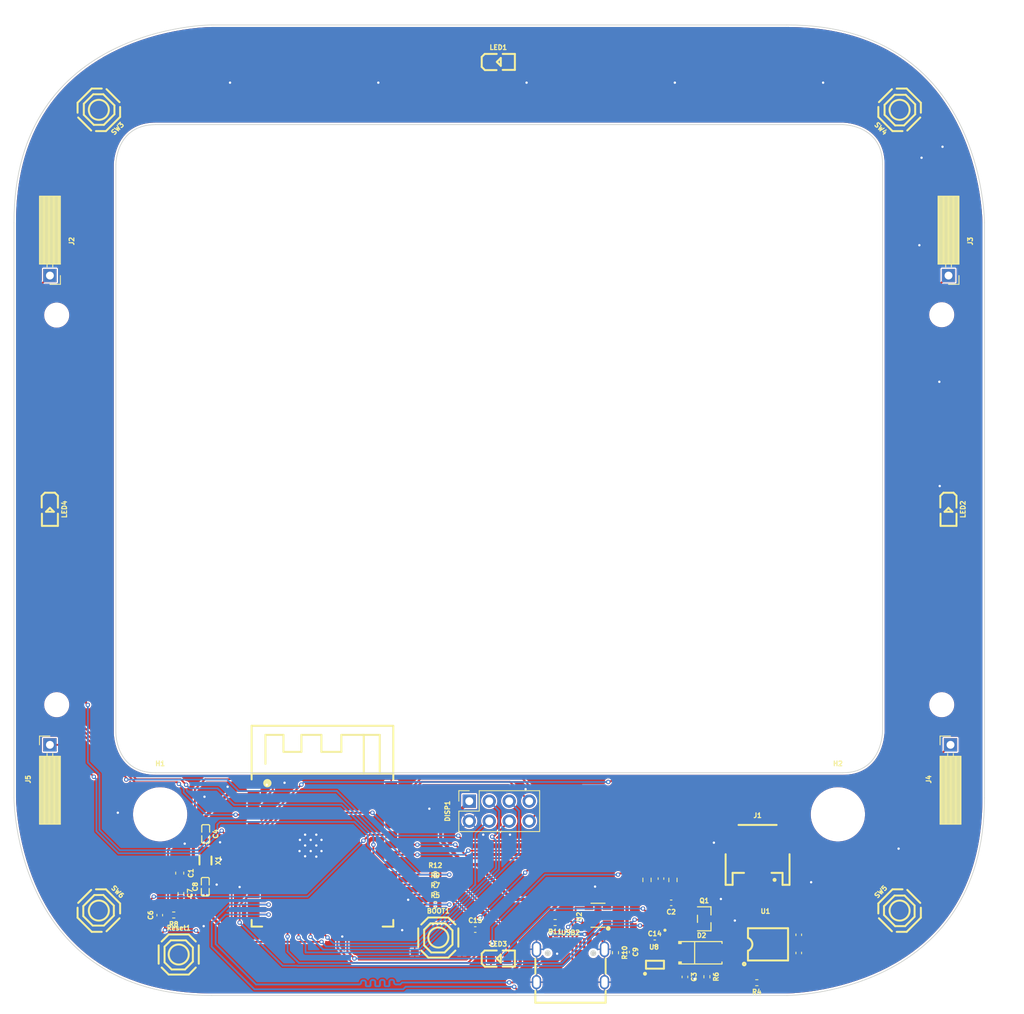
<source format=kicad_pcb>
(kicad_pcb (version 20241229) (generator "pcbnew") (generator_version "9.0")
  (layers (0 "F.Cu" signal) (2 "B.Cu" signal) (13 "F.Paste" user) (15 "B.Paste" user) (5 "F.SilkS" user "F.Silkscreen") (7 "B.SilkS" user "B.Silkscreen") (1 "F.Mask" user) (3 "B.Mask" user) (25 "Edge.Cuts" user))
  (net 0 "")
  (net 1 "GND")
  (net 2 "3.3V")
  (net 3 "ESP~{RST}")
  (net 4 "VBATT")
  (net 5 "ESP8{slash}SDA")
  (net 6 "ESP9{slash}SCL")
  (net 7 "ESP45{slash}Q_EN")
  (net 8 "VUSB")
  (net 9 "ESP20{slash}D+")
  (net 10 "ESP19{slash}D-")
  (net 11 "ESP0{slash}BOOT")
  (net 12 "ESP7{slash}TOUCH7")
  (net 15 "ESP4{slash}TOUCH4")
  (net 18 "ESP5{slash}TOUCH5")
  (net 22 "ESP6{slash}TOUCH6")
  (net 23 "ESP15{slash}XTAL_32K_P")
  (net 24 "ESP16{slash}XTAL_32K_N")
  (net 25 "ESP14{slash}BAT_ADC")
  (net 26 "ESP11{slash}SPI0_MOSI")
  (net 27 "ESP10{slash}SPI_CS0")
  (net 28 "ESP12{slash}SPI0_SCK")
  (net 29 "ESP13{slash}SPI0_MISO")
  (net 30 "Net-(USB2-CC2)")
  (net 31 "Net-(USB2-CC1)")
  (net 36 "Net-(D2-K)")
  (net 37 "Net-(LED1-A)")
  (net 38 "Net-(LED2-A)")
  (net 39 "Net-(LED3-A)")
  (net 40 "Net-(LED4-A)")
  (net 41 "Net-(U1-PROG)")
  (net 42 "ESP35{slash}LED1")
  (net 43 "ESP36{slash}LED2")
  (net 44 "ESP37{slash}LED3")
  (net 45 "ESP38{slash}LED4")
  (net 46 "ESP39{slash}BUTTON1")
  (net 47 "ESP40{slash}BUTTON2")
  (net 48 "ESP41{slash}BUTTON3")
  (net 49 "ESP42{slash}BUTTON4")
  (net 50 "ESP21{slash}~{ALRT}")
  (net 52 "ESP2{slash}RES")
  (net 53 "ESP1{slash}BUSY")
  (net 54 "ESP17{slash}DC")
  (footprint "MountingHole:MountingHole_2.7mm_M2.5_ISO14580" (layer "F.Cu") (at 168.3004 116.0526)
    (property "Reference" "H3" (hide yes))
    (property "Value" "MountingHole")
  )
  (footprint "SparkFun-Semiconductor-Standard:DFN-8" (layer "F.Cu") (at 132.106 143.415 180)
    (property "Reference" "U4")
    (property "Value" "MAX17048")
  )
  (footprint "Connector_PinSocket_2.54mm:PinSocket_1x01_P2.54mm_Horizontal" (layer "F.Cu") (at 169.418 121.158 90)
    (property "Reference" "J4")
    (property "Value" "Touch3")
  )
  (footprint "MountingHole:MountingHole_2.7mm_M2.5_ISO14580" (layer "F.Cu") (at 55.7276 116.0526)
    (property "Reference" "H6" (hide yes))
    (property "Value" "MountingHole")
  )
  (footprint "Resistor_SMD:R_0402_1005Metric" (layer "F.Cu") (at 103.886 140.208)
    (property "Reference" "R7")
    (property "Value" "49.9")
  )
  (footprint "Capacitor_SMD:C_0402_1005Metric" (layer "F.Cu") (at 108.966 144.653)
    (property "Reference" "C15")
    (property "Value" "1.0uF")
  )
  (footprint "EasyEDA_Lib:SW-SMD_4P-L5.1-W5.1-P3.70-LS6.5-TL_H1.5" (layer "F.Cu") (at 162.941 142.24 45)
    (property "Reference" "SW5")
    (property "Value" "C318884")
  )
  (footprint "Resistor_SMD:R_0402_1005Metric" (layer "F.Cu") (at 70.612 142.8008 180)
    (property "Reference" "R8")
    (property "Value" "10k")
  )
  (footprint "Connector_PinSocket_2.54mm:PinSocket_1x01_P2.54mm_Horizontal" (layer "F.Cu") (at 169.164 61.468 -90)
    (property "Reference" "J3")
    (property "Value" "Touch2")
  )
  (footprint "EasyEDA_Lib:ESOP-8_L4.9-W3.9-P1.27-LS6.0-BL-EP" (layer "F.Cu") (at 146.205 146.5375)
    (property "Reference" "U1")
    (property "Value" "C16581")
  )
  (footprint "EasyEDA_Lib:FC-135R_L3.2-W1.5" (layer "F.Cu") (at 74.65 135.87 -90)
    (property "Reference" "X1")
    (property "Value" "C32346")
  )
  (footprint "Capacitor_SMD:C_0402_1005Metric" (layer "F.Cu") (at 128.2005 147.5054 -90)
    (property "Reference" "C9")
    (property "Value" "4.7uF")
  )
  (footprint "Connector_PinSocket_2.54mm:PinSocket_1x01_P2.54mm_Horizontal" (layer "F.Cu") (at 54.864 121.158 90)
    (property "Reference" "J5")
    (property "Value" "Touch4")
  )
  (footprint "EasyEDA_Lib:SW-SMD_4P-L5.1-W5.1-P3.70-LS6.5-TL_H1.5" (layer "F.Cu") (at 61.087 40.386 -135)
    (property "Reference" "SW3")
    (property "Value" "C318884")
  )
  (footprint "EasyEDA_Lib:LED0805-R-RD" (layer "F.Cu") (at 169.164 91.313 -90)
    (property "Reference" "LED2")
    (property "Value" "C2297")
  )
  (footprint "Capacitor_SMD:C_0402_1005Metric" (layer "F.Cu") (at 133.886 141.256 180)
    (property "Reference" "C2")
    (property "Value" "0.1uF")
  )
  (footprint "MountingHole:MountingHole_2.7mm_M2.5_ISO14580" (layer "F.Cu") (at 55.7276 66.4972)
    (property "Reference" "H5" (hide yes))
    (property "Value" "MountingHole")
  )
  (footprint "EasyEDA_Lib:SW-SMD_4P-L5.1-W5.1-P3.70-LS6.5-TL_H1.5" (layer "F.Cu") (at 162.941 40.386 135)
    (property "Reference" "SW4")
    (property "Value" "C318884")
  )
  (footprint "EasyEDA_Lib:LED0805-R-RD" (layer "F.Cu") (at 112.014 148.336)
    (property "Reference" "LED3")
    (property "Value" "C2297")
  )
  (footprint "EasyEDA_Lib:SW-SMD_4P-L5.1-W5.1-P3.70-LS6.5-TL_H1.5" (layer "F.Cu") (at 104.267 145.669)
    (property "Reference" "BOOT1")
    (property "Value" "C318884")
  )
  (footprint "Resistor_SMD:R_0402_1005Metric" (layer "F.Cu") (at 119.124 143.764 180)
    (property "Reference" "R11")
    (property "Value" "5.1k")
  )
  (footprint "Resistor_SMD:R_0402_1005Metric" (layer "F.Cu") (at 103.886 137.668)
    (property "Reference" "R12")
    (property "Value" "49.9")
  )
  (footprint "EasyEDA_Lib:SW-SMD_4P-L5.1-W5.1-P3.70-LS6.5-TL_H1.5" (layer "F.Cu") (at 71.247 147.828)
    (property "Reference" "Reset1")
    (property "Value" "C318884")
  )
  (footprint "EasyEDA_Lib:SW-SMD_4P-L5.1-W5.1-P3.70-LS6.5-TL_H1.5" (layer "F.Cu") (at 61.087 142.24 -45)
    (property "Reference" "SW6")
    (property "Value" "C318884")
  )
  (footprint "EasyEDA_Lib:SMA_L4.3-W2.6-LS5.2-RD" (layer "F.Cu") (at 137.754 147.606)
    (property "Reference" "D2")
    (property "Value" "C8678")
  )
  (footprint "PCM_SparkFun-Capacitor:C_0402_1005Metric" (layer "F.Cu") (at 150.114 147.634 90)
    (property "Reference" "C13")
    (property "Value" "10uF")
  )
  (footprint "Connector_PinSocket_2.54mm:PinSocket_2x04_P2.54mm_Vertical" (layer "F.Cu") (at 108.204 128.3208 90)
    (property "Reference" "DISP1")
    (property "Value" "Conn_02x04_Counter_Clockwise")
  )
  (footprint "MountingHole:MountingHole_6.4mm_M6_DIN965" (layer "F.Cu") (at 68.8848 129.9972)
    (property "Reference" "H1")
    (property "Value" "MountingHole")
  )
  (footprint "EasyEDA_Lib:SOT-23-3_L3.0-W1.7-P0.95-LS2.9-BR" (layer "F.Cu") (at 138.0905 143.288 180)
    (property "Reference" "Q1")
    (property "Value" "C10487")
  )
  (footprint "PCM_SparkFun-Resistor:R_0603_1608Metric" (layer "F.Cu") (at 130.81 138.339 90)
    (property "Reference" "R2")
    (property "Value" "330k")
  )
  (footprint "EasyEDA_Lib:LED0805-R-RD" (layer "F.Cu") (at 112.014 34.29)
    (property "Reference" "LED1")
    (property "Value" "C2297")
  )
  (footprint "EasyEDA_Lib:SOT-23-6_L2.9-W1.6-P0.95-LS2.9-BL" (layer "F.Cu") (at 124.581 142.8344 90)
    (property "Reference" "U2")
    (property "Value" "C85364")
  )
  (footprint "EasyEDA_Lib:CONN-SMD_PH-2AWT" (layer "F.Cu") (at 144.878 135.792)
    (property "Reference" "J1")
    (property "Value" "PH-2AWT")
  )
  (footprint "Resistor_SMD:R_0402_1005Metric" (layer "F.Cu") (at 103.886 138.938)
    (property "Reference" "R9")
    (property "Value" "49.9")
  )
  (footprint "Connector_PinSocket_2.54mm:PinSocket_1x01_P2.54mm_Horizontal" (layer "F.Cu") (at 54.864 61.468 -90)
    (property "Reference" "J2")
    (property "Value" "Touch1")
  )
  (footprint "PCM_SparkFun-Resistor:R_0603_1608Metric" (layer "F.Cu") (at 134.112 138.339 -90)
    (property "Reference" "R1")
    (property "Value" "1M")
  )
  (footprint "Capacitor_SMD:C_0402_1005Metric" (layer "F.Cu") (at 131.798 146.336)
    (property "Reference" "C14")
    (property "Value" "1uF")
  )
  (footprint "Capacitor_SMD:C_0402_1005Metric" (layer "F.Cu") (at 71.5264 140.0276 -90)
    (property "Reference" "C7")
    (property "Value" "4.7uF")
  )
  (footprint "MountingHole:MountingHole_2.7mm_M2.5_ISO14580" (layer "F.Cu") (at 168.3004 66.4464)
    (property "Reference" "H4" (hide yes))
    (property "Value" "MountingHole")
  )
  (footprint "PCM_SparkFun-Capacitor:C_0402_1005Metric" (layer "F.Cu") (at 150.114 145.32 -90)
    (property "Reference" "C16")
    (property "Value" "10uF")
  )
  (footprint "EasyEDA_Lib:C0402" (layer "F.Cu") (at 74.676 132.4864 -90)
    (property "Reference" "C4")
    (property "Value" "15pF")
  )
  (footprint "Resistor_SMD:R_0402_1005Metric" (layer "F.Cu") (at 138.43 150.654 -90)
    (property "Reference" "R6")
    (property "Value" "100k")
  )
  (footprint "Resistor_SMD:R_0402_1005Metric" (layer "F.Cu") (at 103.886 141.478)
    (property "Reference" "R5")
    (property "Value" "49.9")
  )
  (footprint "EasyEDA_Lib:USB-C_SMD-TYPE-C-31-M-12" (layer "F.Cu") (at 121.0815 148.8694)
    (property "Reference" "USB2")
    (property "Value" "C2927038")
    (fp_poly (pts (xy -2.528208 -1.254447) (xy -2.553545 -1.349006) (xy -2.602492 -1.433786) (xy -2.671714 -1.503008) (xy -2.756494 -1.551955) (xy -2.851053 -1.577292) (xy -2.948947 -1.577292) (xy -3.043506 -1.551955) (xy -3.128286 -1.503008) (xy -3.197508 -1.433786) (xy -3.246455 -1.349006) (xy -3.271792 -1.254447) (xy -3.271792 -1.156553) (xy -3.246455 -1.061994) (xy -3.197508 -0.977214) (xy -3.128286 -0.907992) (xy -3.043506 -0.859045) (xy -2.948947 -0.833708) (xy -2.851053 -0.833708) (xy -2.756494 -0.859045) (xy -2.671714 -0.907992) (xy -2.602492 -0.977214) (xy -2.553545 -1.061994) (xy -2.528208 -1.156553)) (fill yes) (layer "Edge.Cuts"))
    (fp_poly (pts (xy 3.271792 -1.254447) (xy 3.246455 -1.349006) (xy 3.197508 -1.433786) (xy 3.128286 -1.503008) (xy 3.043506 -1.551955) (xy 2.948947 -1.577292) (xy 2.851053 -1.577292) (xy 2.756494 -1.551955) (xy 2.671714 -1.503008) (xy 2.602492 -1.433786) (xy 2.553545 -1.349006) (xy 2.528208 -1.254447) (xy 2.528208 -1.156553) (xy 2.553545 -1.061994) (xy 2.602492 -0.977214) (xy 2.671714 -0.907992) (xy 2.756494 -0.859045) (xy 2.851053 -0.833708) (xy 2.948947 -0.833708) (xy 3.043506 -0.859045) (xy 3.128286 -0.907992) (xy 3.197508 -0.977214) (xy 3.246455 -1.061994) (xy 3.271792 -1.156553)) (fill yes) (layer "Edge.Cuts"))
  )
  (footprint "Capacitor_SMD:C_0402_1005Metric" (layer "F.Cu") (at 68.834 142.8216 90)
    (property "Reference" "C6")
    (property "Value" "1.0uF")
  )
  (footprint "PCM_SparkFun-Capacitor:C_0402_1005Metric" (layer "F.Cu") (at 132.588 138.176 -90)
    (property "Reference" "C5")
    (property "Value" "0.1uF")
  )
  (footprint "EasyEDA_Lib:C0402" (layer "F.Cu") (at 74.6252 139.203 90)
    (property "Reference" "C8")
    (property "Value" "15pF")
  )
  (footprint "MountingHole:MountingHole_6.4mm_M6_DIN965" (layer "F.Cu") (at 155.0924 129.9972)
    (property "Reference" "H2")
    (property "Value" "MountingHole")
  )
  (footprint "Resistor_SMD:R_0402_1005Metric" (layer "F.Cu") (at 126.8035 147.5969 -90)
    (property "Reference" "R10")
    (property "Value" "5.1k")
  )
  (footprint "EasyEDA_Lib:WIRELM-SMD_ESP32-S3-WROOM-1" (layer "F.Cu") (at 89.522 135.133)
    (property "Reference" "U3" (hide yes))
    (property "Value" "ESP32-S3-MINI")
  )
  (footprint "Capacitor_SMD:C_0603_1608Metric" (layer "F.Cu") (at 71.374 137.4778 -90)
    (property "Reference" "C1")
    (property "Value" "22uF")
  )
  (footprint "Capacitor_SMD:C_0402_1005Metric" (layer "F.Cu") (at 135.636 150.682 -90)
    (property "Reference" "C3")
    (property "Value" "1uF")
  )
  (footprint "Resistor_SMD:R_0402_1005Metric" (layer "F.Cu") (at 144.78 151.416 180)
    (property "Reference" "R4")
    (property "Value" "2.0k")
  )
  (footprint "EasyEDA_Lib:SOT-353_L2.1-W1.3-P0.65-LS2.3-BL" (layer "F.Cu") (at 131.826 149.13)
    (property "Reference" "U8")
    (property "Value" "C235316")
  )
  (footprint "EasyEDA_Lib:LED0805-R-RD" (layer "F.Cu") (at 54.864 91.313 -90)
    (property "Reference" "LED4")
    (property "Value" "C2297")
  )
  (gr_curve (pts (xy 68.326 124.714) (xy 63.246 124.714) (xy 63.246 119.634) (xy 63.246 119.634)) (stroke (width 0.1)) (layer "Edge.Cuts"))
  (gr_line (start 173.736 127.889) (end 173.736 54.737) (stroke (width 0.1)) (layer "Edge.Cuts"))
  (gr_curve (pts (xy 155.702 124.714) (xy 160.782 124.714) (xy 160.782 119.38) (xy 160.782 119.38)) (stroke (width 0.1)) (layer "Edge.Cuts"))
  (gr_curve (pts (xy 160.782 47.3456) (xy 160.782 42.2656) (xy 155.702 42.2656) (xy 155.702 42.2656)) (stroke (width 0.1)) (layer "Edge.Cuts"))
  (gr_curve (pts (xy 148.59 29.591) (xy 173.736 29.591) (xy 173.736 54.737) (xy 173.736 54.737)) (stroke (width 0.1)) (layer "Edge.Cuts"))
  (gr_curve (pts (xy 173.736 127.889) (xy 173.736 153.035) (xy 148.59 153.035) (xy 148.59 153.035)) (stroke (width 0.1)) (layer "Edge.Cuts"))
  (gr_curve (pts (xy 75.438 153.035) (xy 50.292 153.035) (xy 50.292 127.889) (xy 50.292 127.889)) (stroke (width 0.1)) (layer "Edge.Cuts"))
  (gr_line (start 75.438 29.591) (end 148.59 29.591) (stroke (width 0.1)) (layer "Edge.Cuts"))
  (gr_line (start 155.702 42.2656) (end 68.326 42.2656) (stroke (width 0.1)) (layer "Edge.Cuts"))
  (gr_line (start 68.326 124.714) (end 94.742 124.714) (stroke (width 0.1)) (layer "Edge.Cuts"))
  (gr_line (start 94.742 124.714) (end 155.702 124.714) (stroke (width 0.1)) (layer "Edge.Cuts"))
  (gr_line (start 160.782 119.38) (end 160.782 47.3456) (stroke (width 0.1)) (layer "Edge.Cuts"))
  (gr_line (start 148.59 153.035) (end 75.438 153.035) (stroke (width 0.1)) (layer "Edge.Cuts"))
  (gr_curve (pts (xy 68.326 42.2656) (xy 63.246 42.2656) (xy 63.246 47.3456) (xy 63.246 47.3456)) (stroke (width 0.1)) (layer "Edge.Cuts"))
  (gr_line (start 63.246 47.3456) (end 63.246 119.634) (stroke (width 0.1)) (layer "Edge.Cuts"))
  (gr_line (start 50.292 54.737) (end 50.292 127.889) (stroke (width 0.1)) (layer "Edge.Cuts"))
  (gr_curve (pts (xy 50.292 54.737) (xy 50.292 29.591) (xy 75.438 29.591) (xy 75.438 29.591)) (stroke (width 0.1)) (layer "Edge.Cuts"))
  (segment (start 124.4315 146.3954) (end 124.4315 146.3833) (width 0.2286) (layer "F.Cu") (net 1))
  (segment (start 132.0083 150.0977) (end 132.0083 149.6123) (width 0.2286) (layer "F.Cu") (net 1))
  (segment (start 131.0337 143.0827) (end 130.6576 143.0827) (width 0.2286) (layer "F.Cu") (net 1))
  (segment (start 130.4544 143.002) (end 130.4036 142.9512) (width 0.2286) (layer "F.Cu") (net 1))
  (segment (start 124.9172 145.8976) (end 125.4065 146.3869) (width 0.2286) (layer "F.Cu") (net 1))
  (segment (start 131.826 150.28) (end 132.0083 150.0977) (width 0.2286) (layer "F.Cu") (net 1))
  (segment (start 124.4315 146.3833) (end 124.9172 145.8976) (width 0.2286) (layer "F.Cu") (net 1))
  (segment (start 130.5351 143.0827) (end 130.4544 143.002) (width 0.2286) (layer "F.Cu") (net 1))
  (segment (start 125.4065 146.3869) (end 125.4065 147.1634) (width 0.2286) (layer "F.Cu") (net 1))
  (segment (start 131.856 143.165) (end 132.106 143.415) (width 0.2286) (layer "F.Cu") (net 1))
  (segment (start 126.0246 142.8344) (end 126.365 142.494) (width 0.2286) (layer "F.Cu") (net 1))
  (segment (start 80.772 126.238) (end 80.518 126.238) (width 0.2286) (layer "F.Cu") (net 1))
  (segment (start 131.116 143.165) (end 131.0337 143.0827) (width 0.2286) (layer "F.Cu") (net 1))
  (segment (start 131.116 143.165) (end 131.856 143.165) (width 0.2286) (layer "F.Cu") (net 1))
  (segment (start 132.0083 149.6123) (end 132.2832 149.6123) (width 0.2286) (layer "F.Cu") (net 1))
  (segment (start 125.73 142.8344) (end 126.0246 142.8344) (width 0.2286) (layer "F.Cu") (net 1))
  (segment (start 130.6576 143.0827) (end 130.5351 143.0827) (width 0.2286) (layer "F.Cu") (net 1))
  (via (at 72.009 133.731) (size 0.56) (drill 0.3) (layers "F.Cu" "B.Cu") (net 1))
  (via (at 162.814 134.366) (size 0.56) (drill 0.3) (layers "F.Cu" "B.Cu") (net 1))
  (via (at 77.47 126.492) (size 0.56) (drill 0.3) (layers "F.Cu" "B.Cu") (net 1))
  (via (at 84.709 125.984) (size 0.56) (drill 0.3) (layers "F.Cu" "B.Cu") (net 1))
  (via (at 86.6648 133.2484) (size 0.56) (drill 0.3) (layers "F.Cu" "B.Cu") (net 1))
  (via (at 74.5236 127.762) (size 0.56) (drill 0.3) (layers "F.Cu" "B.Cu") (net 1))
  (via (at 100.4316 140.8684) (size 0.56) (drill 0.3) (layers "F.Cu" "B.Cu") (net 1))
  (via (at 140.208 140.7668) (size 0.56) (drill 0.3) (layers "F.Cu" "B.Cu") (net 1))
  (via (at 87.3252 132.588) (size 0.56) (drill 0.3) (layers "F.Cu" "B.Cu") (net 1))
  (via (at 139.319 133.604) (size 0.56) (drill 0.3) (layers "F.Cu" "B.Cu") (net 1))
  (via (at 151.6888 138.6332) (size 0.56) (drill 0.3) (layers "F.Cu" "B.Cu") (net 1))
  (via (at 74.422 144.2212) (size 0.56) (drill 0.3) (layers "F.Cu" "B.Cu") (net 1))
  (via (at 168.402 45.085) (size 0.56) (drill 0.3) (layers "F.Cu" "B.Cu") (net 1))
  (via (at 115.3668 126.7968) (size 0.56) (drill 0.3) (layers "F.Cu" "B.Cu") (net 1))
  (via (at 82.4484 126.238) (size 0.56) (drill 0.3) (layers "F.Cu" "B.Cu") (net 1))
  (via (at 96.6343 36.9316) (size 0.56) (drill 0.3) (layers "F.Cu" "B.Cu") (net 1))
  (via (at 87.3252 135.3312) (size 0.56) (drill 0.3) (layers "F.Cu" "B.Cu") (net 1))
  (via (at 88.0364 133.2484) (size 0.56) (drill 0.3) (layers "F.Cu" "B.Cu") (net 1))
  (via (at 78.994 139.2428) (size 0.56) (drill 0.3) (layers "F.Cu" "B.Cu") (net 1))
  (via (at 88.7476 132.588) (size 0.56) (drill 0.3) (layers "F.Cu" "B.Cu") (net 1))
  (via (at 99.6696 144.7292) (size 0.56) (drill 0.3) (layers "F.Cu" "B.Cu") (net 1))
  (via (at 77.7748 36.9316) (size 0.56) (drill 0.3) (layers "F.Cu" "B.Cu") (net 1))
  (via (at 119.38 147.7264) (size 0.56) (drill 0.3) (layers "F.Cu" "B.Cu") (net 1))
  (via (at 103.124 129.286) (size 0.56) (drill 0.3) (layers "F.Cu" "B.Cu") (net 1))
  (via (at 88.7476 135.382) (size 0.56) (drill 0.3) (layers "F.Cu" "B.Cu") (net 1))
  (via (at 168.0464 88.2396) (size 0.56) (drill 0.3) (layers "F.Cu" "B.Cu") (net 1))
  (via (at 89.408 134.6708) (size 0.56) (drill 0.3) (layers "F.Cu" "B.Cu") (net 1))
  (via (at 153.2128 36.9316) (size 0.56) (drill 0.3) (layers "F.Cu" "B.Cu") (net 1))
  (via (at 88.0364 134.6708) (size 0.56) (drill 0.3) (layers "F.Cu" "B.Cu") (net 1))
  (via (at 76.073 138.938) (size 0.56) (drill 0.3) (layers "F.Cu" "B.Cu") (net 1))
  (via (at 63.5 129.794) (size 0.56) (drill 0.3) (layers "F.Cu" "B.Cu") (net 1))
  (via (at 76.6064 135.7376) (size 0.56) (drill 0.3) (layers "F.Cu" "B.Cu") (net 1))
  (via (at 89.408 133.2484) (size 0.56) (drill 0.3) (layers "F.Cu" "B.Cu") (net 1))
  (via (at 165.4556 57.6072) (size 0.56) (drill 0.3) (layers "F.Cu" "B.Cu") (net 1))
  (via (at 141.986 143.51) (size 0.56) (drill 0.3) (layers "F.Cu" "B.Cu") (net 1))
  (via (at 165.735 46.482) (size 0.56) (drill 0.3) (layers "F.Cu" "B.Cu") (net 1))
  (via (at 88.7476 133.9596) (size 0.56) (drill 0.3) (layers "F.Cu" "B.Cu") (net 1))
  (via (at 113.3856 132.588) (size 0.56) (drill 0.3) (layers "F.Cu" "B.Cu") (net 1))
  (via (at 136.8552 150.9268) (size 0.56) (drill 0.3) (layers "F.Cu" "B.Cu") (net 1))
  (via (at 134.3533 36.9316) (size 0.56) (drill 0.3) (layers "F.Cu" "B.Cu") (net 1))
  (via (at 92.0496 145.542) (size 0.56) (drill 0.3) (layers "F.Cu" "B.Cu") (net 1))
  (via (at 86.614 134.6708) (size 0.56) (drill 0.3) (layers "F.Cu" "B.Cu") (net 1))
  (via (at 124.206 139.192) (size 0.56) (drill 0.3) (layers "F.Cu" "B.Cu") (net 1))
  (via (at 167.9956 74.9808) (size 0.56) (drill 0.3) (layers "F.Cu" "B.Cu") (net 1))
  (via (at 109.982 132.588) (size 0.56) (drill 0.3) (layers "F.Cu" "B.Cu") (net 1))
  (via (at 115.4938 36.9316) (size 0.56) (drill 0.3) (layers "F.Cu" "B.Cu") (net 1))
  (via (at 76.5048 133.5532) (size 0.56) (drill 0.3) (layers "F.Cu" "B.Cu") (net 1))
  (via (at 87.3252 133.9596) (size 0.56) (drill 0.3) (layers "F.Cu" "B.Cu") (net 1))
  (segment (start 75.2114 142.8008) (end 71.122 142.8008) (width 0.4064) (layer "F.Cu") (net 2))
  (segment (start 72.8472 139.5476) (end 71.5264 139.5476) (width 0.4064) (layer "F.Cu") (net 2))
  (segment (start 109.22 136.398) (end 107.696 136.398) (width 0.4064) (layer "F.Cu") (net 2))
  (segment (start 73.1012 138.6332) (end 72.9996 138.6332) (width 0.4064) (layer "F.Cu") (net 2))
  (segment (start 114.681 146.177) (end 120.0404 140.8176) (width 0.4064) (layer "F.Cu") (net 2))
  (segment (start 73.1012 140.6906) (end 75.4253 143.0147) (width 0.4064) (layer "F.Cu") (net 2))
  (segment (start 73.1012 139.8016) (end 73.1012 140.6906) (width 0.4064) (layer "F.Cu") (net 2))
  (segment (start 131.176 147.98) (end 131.176 146.478) (width 0.4064) (layer "F.Cu") (net 2))
  (segment (start 107.696 136.398) (end 104.5738 133.2758) (width 0.4064) (layer "F.Cu") (net 2))
  (segment (start 72.6192 138.2528) (end 71.374 138.2528) (width 0.4064) (layer "F.Cu") (net 2))
  (segment (start 73.1012 139.8016) (end 72.8472 139.5476) (width 0.4064) (layer "F.Cu") (net 2))
  (segment (start 128.27 144.653) (end 128.27 141.478) (width 0.4064) (layer "F.Cu") (net 2))
  (segment (start 73.1012 131.826) (end 73.1012 138.6332) (width 0.4064) (layer "F.Cu") (net 2))
  (segment (start 72.9996 138.6332) (end 72.6192 138.2528) (width 0.4064) (layer "F.Cu") (net 2))
  (segment (start 104.5738 131.951) (end 108.204 128.3208) (width 0.4064) (layer "F.Cu") (net 2))
  (segment (start 75.4253 143.0147) (end 82.5246 150.114) (width 0.4064) (layer "F.Cu") (net 2))
  (segment (start 71.6788 137.935) (end 71.107 137.935) (width 0.2286) (layer "F.Cu") (net 2))
  (segment (start 104.5738 133.2758) (end 104.5738 131.951) (width 0.4064) (layer "F.Cu") (net 2))
  (segment (start 77.4192 127.508) (end 73.1012 131.826) (width 0.4064) (layer "F.Cu") (net 2))
  (segment (start 73.1012 138.6332) (end 73.1012 139.8016) (width 0.4064) (layer "F.Cu") (net 2))
  (segment (start 113.6396 140.8176) (end 109.22 136.398) (width 0.4064) (layer "F.Cu") (net 2))
  (segment (start 82.5246 150.114) (end 113.538 150.114) (width 0.4064) (layer "F.Cu") (net 2))
  (segment (start 75.4253 143.0147) (end 75.2114 142.8008) (width 0.4064) (layer "F.Cu") (net 2))
  (segment (start 127.6096 140.8176) (end 120.0404 140.8176) (width 0.4064) (layer "F.Cu") (net 2))
  (segment (start 131.318 146.336) (end 129.953 146.336) (width 0.4064) (layer "F.Cu") (net 2))
  (segment (start 128.27 141.478) (end 127.6096 140.8176) (width 0.4064) (layer "F.Cu") (net 2))
  (segment (start 120.0404 140.8176) (end 113.6396 140.8176) (width 0.4064) (layer "F.Cu") (net 2))
  (segment (start 129.953 146.336) (end 128.27 144.653) (width 0.4064) (layer "F.Cu") (net 2))
  (segment (start 114.681 148.971) (end 114.681 146.177) (width 0.4064) (layer "F.Cu") (net 2))
  (segment (start 131.176 146.478) (end 131.318 146.336) (width 0.4064) (layer "F.Cu") (net 2))
  (segment (start 80.772 127.508) (end 77.4192 127.508) (width 0.4064) (layer "F.Cu") (net 2))
  (segment (start 113.538 150.114) (end 114.681 148.971) (width 0.4064) (layer "F.Cu") (net 2))
  (segment (start 74.247 145.978) (end 74.247 145.5702) (width 0.2286) (layer "F.Cu") (net 3))
  (segment (start 83.2104 125.5203) (end 74.626291 125.5203) (width 0.2286) (layer "F.Cu") (net 3))
  (segment (start 80.772 128.778) (end 81.3308 128.778) (width 0.2286) (layer "F.Cu") (net 3))
  (segment (start 74.247 145.5702) (end 73.4568 144.78) (width 0.2286) (layer "F.Cu") (net 3))
  (segment (start 68.247 145.978) (end 69.4951 144.7299) (width 0.2286) (layer "F.Cu") (net 3))
  (segment (start 69.8871 134.4813) (end 69.8871 144.3379) (width 0.2286) (layer "F.Cu") (net 3))
  (segment (start 72.2884 132.08) (end 69.8871 134.4813) (width 0.2286) (layer "F.Cu") (net 3))
  (segment (start 81.3308 128.778) (end 83.2104 126.8984) (width 0.2286) (layer "F.Cu") (net 3))
  (segment (start 74.626291 125.5203) (end 73.301695 126.844895) (width 0.2286) (layer "F.Cu") (net 3))
  (segment (start 72.37528 131.89152) (end 72.2884 131.9784) (width 0.2286) (layer "F.Cu") (net 3))
  (segment (start 72.37528 131.885966) (end 72.37528 131.89152) (width 0.2286) (layer "F.Cu") (net 3))
  (segment (start 83.2104 126.8984) (end 83.2104 125.5203) (width 0.2286) (layer "F.Cu") (net 3))
  (segment (start 73.301695 130.959551) (end 72.37528 131.885966) (width 0.2286) (layer "F.Cu") (net 3))
  (segment (start 69.8871 144.3379) (end 69.4951 144.7299) (width 0.2286) (layer "F.Cu") (net 3))
  (segment (start 72.2884 131.9784) (end 72.2884 132.08) (width 0.2286) (layer "F.Cu") (net 3))
  (segment (start 73.301695 126.844895) (end 73.301695 130.959551) (width 0.2286) (layer "F.Cu") (net 3))
  (segment (start 69.4951 143.9627) (end 68.834 143.3016) (width 0.2286) (layer "F.Cu") (net 3))
  (segment (start 69.4951 144.7299) (end 69.4951 143.9627) (width 0.2286) (layer "F.Cu") (net 3))
  (via (at 69.4951 144.7299) (size 0.56) (drill 0.3) (layers "F.Cu" "B.Cu") (net 3))
  (via (at 73.4568 144.78) (size 0.56) (drill 0.3) (layers "F.Cu" "B.Cu") (net 3))
  (segment (start 69.4951 144.7299) (end 69.5452 144.78) (width 0.2286) (layer "B.Cu") (net 3))
  (segment (start 69.5452 144.78) (end 73.4568 144.78) (width 0.2286) (layer "B.Cu") (net 3))
  (segment (start 133.2124 143.288) (end 133.096 143.1716) (width 0.4064) (layer "F.Cu") (net 4))
  (segment (start 148.903 143.629) (end 150.114 144.84) (width 0.4064) (layer "F.Cu") (net 4))
  (segment (start 135.636 143.288) (end 133.4664 143.288) (width 0.4064) (layer "F.Cu") (net 4))
  (segment (start 136.652 143.288) (end 136.398 143.288) (width 0.4064) (layer "F.Cu") (net 4))
  (segment (start 135.763 140.843) (end 135.763 140.815) (width 0.4064) (layer "F.Cu") (net 4))
  (segment (start 139.192 143.288) (end 133.2124 143.288) (width 0.4064) (layer "F.Cu") (net 4))
  (segment (start 147.2702 144.812) (end 140.716 144.812) (width 0.4064) (layer "F.Cu") (net 4))
  (segment (start 133.096 143.165) (end 133.5984 143.165) (width 0.1524) (layer "F.Cu") (net 4))
  (segment (start 133.4664 143.288) (end 133.096 143.6584) (width 0.4064) (layer "F.Cu") (net 4))
  (segment (start 148.11 143.629) (end 148.11 143.9722) (width 0.4064) (layer "F.Cu") (net 4))
  (segment (start 143.878 138.742) (end 137.864 138.742) (width 0.4064) (layer "F.Cu") (net 4))
  (segment (start 133.5984 143.165) (end 134.366 142.3974) (width 0.1524) (layer "F.Cu") (net 4))
  (segment (start 136.398 143.288) (end 135.636 143.288) (width 0.4064) (layer "F.Cu") (net 4))
  (segment (start 135.636 140.97) (end 135.636 143.288) (width 0.4064) (layer "F.Cu") (net 4))
  (segment (start 135.636 140.97) (end 135.763 140.843) (width 0.4064) (layer "F.Cu") (net 4))
  (segment (start 148.11 143.9722) (end 147.2702 144.812) (width 0.4064) (layer "F.Cu") (net 4))
  (segment (start 148.11 143.629) (end 148.903 143.629) (width 0.4064) (layer "F.Cu") (net 4))
  (segment (start 137.864 138.742) (end 135.636 140.97) (width 0.4064) (layer "F.Cu") (net 4))
  (segment (start 135.763 140.815) (end 134.112 139.164) (width 0.4064) (layer "F.Cu") (net 4))
  (segment (start 134.366 142.3974) (end 134.366 141.256) (width 0.1524) (layer "F.Cu") (net 4))
  (segment (start 140.716 144.812) (end 139.192 143.288) (width 0.4064) (layer "F.Cu") (net 4))
  (segment (start 139.192 143.288) (end 136.652 143.288) (width 0.4064) (layer "F.Cu") (net 4))
  (segment (start 80.3066 140.208) (end 80.772 140.208) (width 0.2286) (layer "F.Cu") (net 5))
  (segment (start 131.116 144.165) (end 129.941 144.165) (width 0.2286) (layer "F.Cu") (net 5))
  (segment (start 78.994 141.5206) (end 80.3066 140.208) (width 0.2286) (layer "F.Cu") (net 5))
  (segment (start 78.994 143.764) (end 78.994 141.5206) (width 0.2286) (layer "F.Cu") (net 5))
  (segment (start 129.941 144.165) (end 129.921 144.145) (width 0.2286) (layer "F.Cu") (net 5))
  (via (at 129.921 144.145) (size 0.56) (drill 0.3) (layers "F.Cu" "B.Cu") (net 5))
  (via (at 78.994 143.764) (size 0.56) (drill 0.3) (layers "F.Cu" "B.Cu") (net 5))
  (segment (start 86.37957 149.2768) (end 86.35317 149.2504) (width 0.2286) (layer "B.Cu") (net 5))
  (segment (start 129.921 144.145) (end 125.283695 144.145) (width 0.2286) (layer "B.Cu") (net 5))
  (segment (start 86.35317 149.2504) (end 84.4804 149.2504) (width 0.2286) (layer "B.Cu") (net 5))
  (segment (start 84.4804 149.2504) (end 78.994 143.764) (width 0.2286) (layer "B.Cu") (net 5))
  (segment (start 120.151894 149.276801) (end 86.37957 149.2768) (width 0.2286) (layer "B.Cu") (net 5))
  (segment (start 125.283695 144.145) (end 120.151894 149.276801) (width 0.2286) (layer "B.Cu") (net 5))
  (segment (start 130.193911 143.401911) (end 130.457 143.665) (width 0.2286) (layer "F.Cu") (net 6))
  (segment (start 130.457 143.665) (end 131.116 143.665) (width 0.2286) (layer "F.Cu") (net 6))
  (segment (start 85.09 144.041) (end 85.077 144.028) (width 0.2286) (layer "F.Cu") (net 6))
  (segment (start 129.232398 143.401911) (end 130.193911 143.401911) (width 0.2286) (layer "F.Cu") (net 6))
  (segment (start 85.09 145.542) (end 85.09 144.041) (width 0.2286) (layer "F.Cu") (net 6))
  (via (at 129.232398 143.401911) (size 0.56) (drill 0.3) (layers "F.Cu" "B.Cu") (net 6))
  (via (at 85.09 145.542) (size 0.56) (drill 0.3) (layers "F.Cu" "B.Cu") (net 6))
  (segment (start 85.09 147.447) (end 85.09 145.542) (width 0.2286) (layer "B.Cu") (net 6))
  (segment (start 119.993665 148.8948) (end 86.5378 148.8948) (width 0.2286) (layer "B.Cu") (net 6))
  (segment (start 86.5378 148.8948) (end 85.09 147.447) (width 0.2286) (layer "B.Cu") (net 6))
  (segment (start 129.232398 143.401911) (end 128.871309 143.763) (width 0.2286) (layer "B.Cu") (net 6))
  (segment (start 125.125465 143.763) (end 119.993665 148.8948) (width 0.2286) (layer "B.Cu") (net 6))
  (segment (start 128.871309 143.763) (end 125.125465 143.763) (width 0.2286) (layer "B.Cu") (net 6))
  (segment (start 131.2646 152.0926) (end 129.032 149.86) (width 0.4064) (layer "F.Cu") (net 8))
  (segment (start 126.4225 145.2474) (end 128.2005 147.0254) (width 0.4064) (layer "F.Cu") (net 8))
  (segment (start 151.384 144.304) (end 149.352 142.272) (width 0.4064) (layer "F.Cu") (net 8))
  (segment (start 139.954 148.5366) (end 139.954 147.606) (width 0.4064) (layer "F.Cu") (net 8))
  (segment (start 118.5485 146.1124) (end 118.8315 146.3954) (width 0.1524) (layer "F.Cu") (net 8))
  (segment (start 143.51 152.0926) (end 145.63237 152.0926) (width 0.4064) (layer "F.Cu") (net 8))
  (segment (start 123.2809 142.7844) (end 124.531 142.7844) (width 0.4064) (layer "F.Cu") (net 8))
  (segment (start 118.5485 145.2474) (end 118.5485 146.1124) (width 0.4064) (layer "F.Cu") (net 8))
  (segment (start 143.009 142.338) (end 136.989 142.338) (width 0.4064) (layer "F.Cu") (net 8))
  (segment (start 123.5385 145.1469) (end 123.5385 146.35315) (width 0.4064) (layer "F.Cu") (net 8))
  (segment (start 129.032 149.86) (end 129.032 147.546901) (width 0.4064) (layer "F.Cu") (net 8))
  (segment (start 144.3 143.26) (end 144.3 143.629) (width 0.4064) (layer "F.Cu") (net 8))
  (segment (start 123.5385 146.8382) (end 123.5385 146.35315) (width 0.348996) (layer "F.Cu") (net 8))
  (segment (start 124.581 144.1044) (end 124.581 142.8344) (width 0.4064) (layer "F.Cu") (net 8))
  (segment (start 143.51 152.0926) (end 139.954 148.5366) (width 0.4064) (layer "F.Cu") (net 8))
  (segment (start 129.032 147.546901) (end 128.510499 147.0254) (width 0.4064) (layer "F.Cu") (net 8))
  (segment (start 124.531 142.7844) (end 124.581 142.8344) (width 0.4064) (layer "F.Cu") (net 8))
  (segment (start 143.51 152.0926) (end 131.2646 152.0926) (width 0.4064) (layer "F.Cu") (net 8))
  (segment (start 151.384 147.153999) (end 151.384 144.304) (width 0.4064) (layer "F.Cu") (net 8))
  (segment (start 148.11 149.61497) (end 148.11 149.446) (width 0.4064) (layer "F.Cu") (net 8))
  (segment (start 118.5315 145.2644) (end 118.5485 145.2474) (width 0.1524) (layer "F.Cu") (net 8))
  (segment (start 139.954 147.606) (end 139.954 148.62) (width 0.4064) (layer "F.Cu") (net 8))
  (segment (start 122.8665 145.2474) (end 126.4225 145.2474) (width 0.4064) (layer "F.Cu") (net 8))
  (segment (start 123.5385 145.1469) (end 122.967 145.1469) (width 0.4064) (layer "F.Cu") (net 8))
  (segment (start 122.967 145.1469) (end 122.8665 145.2474) (width 0.4064) (layer "F.Cu") (net 8))
  (segment (start 145.63237 152.0926) (end 148.11 149.61497) (width 0.4064) (layer "F.Cu") (net 8))
  (segment (start 118.6385 146.8382) (end 118.6385 146.35315) (width 0.348996) (layer "F.Cu") (net 8))
  (segment (start 124.581 144.1044) (end 123.5385 145.1469) (width 0.4064) (layer "F.Cu") (net 8))
  (segment (start 139.954 148.62) (end 138.43 150.144) (width 0.4064) (layer "F.Cu") (net 8))
  (segment (start 150.114 148.114) (end 150.423999 148.114) (width 0.4064) (layer "F.Cu") (net 8))
  (segment (start 148.11 149.446) (end 148.782 149.446) (width 0.4064) (layer "F.Cu") (net 8))
  (segment (start 148.782 149.446) (end 150.114 148.114) (width 0.4064) (layer "F.Cu") (net 8))
  (segment (start 149.352 142.272) (end 145.288 142.272) (width 0.4064) (layer "F.Cu") (net 8))
  (segment (start 144.3 143.629) (end 143.009 142.338) (width 0.4064) (layer "F.Cu") (net 8))
  (segment (start 145.288 142.272) (end 144.3 143.26) (width 0.4064) (layer "F.Cu") (net 8))
  (segment (start 128.510499 147.0254) (end 128.2005 147.0254) (width 0.4064) (layer "F.Cu") (net 8))
  (segment (start 150.423999 148.114) (end 151.384 147.153999) (width 0.4064) (layer "F.Cu") (net 8))
  (via (at 122.8665 145.2474) (size 0.56) (drill 0.3) (layers "F.Cu" "B.Cu") (net 8))
  (via (at 118.5485 145.2474) (size 0.56) (drill 0.3) (layers "F.Cu" "B.Cu") (net 8))
  (segment (start 122.8665 145.2474) (end 118.5485 145.2474) (width 0.4064) (layer "B.Cu") (net 8))
  (segment (start 122.1045 145.2982) (end 122.1045 144.3534) (width 0.2286) (layer "F.Cu") (net 9))
  (segment (start 114.7572 151.384) (end 117.4496 148.6916) (width 0.2286) (layer "F.Cu") (net 9))
  (segment (start 113.284 151.384) (end 114.7572 151.384) (width 0.2286) (layer "F.Cu") (net 9))
  (segment (start 120.8315 147.274) (end 120.8315 146.3954) (width 0.2286) (layer "F.Cu") (net 9))
  (segment (start 117.4496 148.6916) (end 119.4139 148.6916) (width 0.2286) (layer "F.Cu") (net 9))
  (segment (start 80.772 142.748) (end 82.677 142.748) (width 0.2286) (layer "F.Cu") (net 9))
  (segment (start 121.8385 145.5642) (end 121.8385 146.35315) (width 0.2286) (layer "F.Cu") (net 9))
  (segment (start 122.6735 143.7844) (end 122.6516 143.7844) (width 0.2286) (layer "F.Cu") (net 9))
  (segment (start 120.8315 146.3954) (end 120.8315 144.381) (width 0.1524) (layer "F.Cu") (net 9))
  (segment (start 122.1045 144.3534) (end 122.6735 143.7844) (width 0.2286) (layer "F.Cu") (net 9))
  (segment (start 122.1045 145.2982) (end 121.8385 145.5642) (width 0.2286) (layer "F.Cu") (net 9))
  (segment (start 122.6735 143.7844) (end 123.2809 143.7844) (width 0.2286) (layer "F.Cu") (net 9))
  (segment (start 122.6516 143.7844) (end 122.3772 143.51) (width 0.2286) (layer "F.Cu") (net 9))
  (segment (start 119.4139 148.6916) (end 120.8315 147.274) (width 0.2286) (layer "F.Cu") (net 9))
  (via (at 82.677 142.748) (size 0.56) (drill 0.3) (layers "F.Cu" "B.Cu") (net 9))
  (via (at 120.777 144.3265) (size 0.56) (drill 0.3) (layers "F.Cu" "B.Cu") (net 9))
  (via (at 122.3772 143.51) (size 0.56) (drill 0.3) (layers "F.Cu" "B.Cu") (net 9))
  (via (at 113.284 151.384) (size 0.56) (drill 0.3) (layers "F.Cu" "B.Cu") (net 9))
  (segment (start 81.0768 151.638) (end 75.946 146.5072) (width 0.2286) (layer "B.Cu") (net 9))
  (segment (start 96.242262 151.7523) (end 96.242262 151.638) (width 0.2286) (layer "B.Cu") (net 9))
  (segment (start 98.042262 151.638) (end 98.042262 151.7523) (width 0.2286) (layer "B.Cu") (net 9))
  (segment (start 94.802262 151.12817) (end 94.682262 151.12817) (width 0.2286) (layer "B.Cu") (net 9))
  (segment (start 94.442262 151.36817) (end 94.442262 151.398) (width 0.2286) (layer "B.Cu") (net 9))
  (segment (start 96.242262 151.638) (end 96.242262 151.307556) (width 0.2286) (layer "B.Cu") (net 9))
  (segment (start 95.042262 151.398) (end 95.042262 151.36817) (width 0.2286) (layer "B.Cu") (net 9))
  (segment (start 98.402262 151.044831) (end 98.282262 151.044831) (width 0.2286) (layer "B.Cu") (net 9))
  (segment (start 97.927962 151.8666) (end 97.556562 151.8666) (width 0.2286) (layer "B.Cu") (net 9))
  (segment (start 94.082262 151.638) (end 81.0768 151.638) (width 0.2286) (layer "B.Cu") (net 9))
  (segment (start 98.042262 151.284831) (end 98.042262 151.398) (width 0.2286) (layer "B.Cu") (net 9))
  (segment (start 95.042262 151.7523) (end 95.042262 151.638) (width 0.2286) (layer "B.Cu") (net 9))
  (segment (start 94.202262 151.638) (end 94.082262 151.638) (width 0.2286) (layer "B.Cu") (net 9))
  (segment (start 97.442262 151.638) (end 97.442262 151.292415) (width 0.2286) (layer "B.Cu") (net 9))
  (segment (start 113.284 151.384) (end 99.670101 151.384) (width 0.2286) (layer "B.Cu") (net 9))
  (segment (start 98.882262 151.638) (end 99.416101 151.638) (width 0.2286) (layer "B.Cu") (net 9))
  (segment (start 121.5935 143.51) (end 120.777 144.3265) (width 0.2286) (layer "B.Cu") (net 9))
  (segment (start 122.3772 143.51) (end 121.5935 143.51) (width 0.2286) (layer "B.Cu") (net 9))
  (segment (start 95.642262 151.307556) (end 95.642262 151.638) (width 0.2286) (layer "B.Cu") (net 9))
  (segment (start 96.727962 151.8666) (end 96.356562 151.8666) (width 0.2286) (layer "B.Cu") (net 9))
  (segment (start 77.216 142.748) (end 82.677 142.748) (width 0.2286) (layer "B.Cu") (net 9))
  (segment (start 75.946 146.5072) (end 75.946 144.018) (width 0.2286) (layer "B.Cu") (net 9))
  (segment (start 96.842262 151.292415) (end 96.842262 151.638) (width 0.2286) (layer "B.Cu") (net 9))
  (segment (start 98.042262 151.398) (end 98.042262 151.638) (width 0.2286) (layer "B.Cu") (net 9))
  (segment (start 99.670101 151.384) (end 99.416101 151.638) (width 0.2286) (layer "B.Cu") (net 9))
  (segment (start 96.842262 151.638) (end 96.842262 151.7523) (width 0.2286) (layer "B.Cu") (net 9))
  (segment (start 75.946 144.018) (end 77.216 142.748) (width 0.2286) (layer "B.Cu") (net 9))
  (segment (start 97.442262 151.7523) (end 97.442262 151.638) (width 0.2286) (layer "B.Cu") (net 9))
  (segment (start 95.042262 151.638) (end 95.042262 151.398) (width 0.2286) (layer "B.Cu") (net 9))
  (segment (start 97.202262 151.052415) (end 97.082262 151.052415) (width 0.2286) (layer "B.Cu") (net 9))
  (segment (start 95.642262 151.638) (end 95.642262 151.7523) (width 0.2286) (layer "B.Cu") (net 9))
  (segment (start 96.002262 151.067556) (end 95.882262 151.067556) (width 0.2286) (layer "B.Cu") (net 9))
  (segment (start 95.527962 151.8666) (end 95.156562 151.8666) (width 0.2286) (layer "B.Cu") (net 9))
  (segment (start 98.642262 151.398) (end 98.642262 151.284831) (width 0.2286) (layer "B.Cu") (net 9))
  (arc (start 96.242262 151.307556) (mid 96.171968 151.13785) (end 96.002262 151.067556) (width 0.2286) (layer "B.Cu") (net 9))
  (arc (start 97.556562 151.8666) (mid 97.47574 151.833122) (end 97.442262 151.7523) (width 0.2286) (layer "B.Cu") (net 9))
  (arc (start 95.156562 151.8666) (mid 95.07574 151.833122) (end 95.042262 151.7523) (width 0.2286) (layer "B.Cu") (net 9))
  (arc (start 96.842262 151.7523) (mid 96.808784 151.833122) (end 96.727962 151.8666) (width 0.2286) (layer "B.Cu") (net 9))
  (arc (start 98.882262 151.638) (mid 98.712556 151.567706) (end 98.642262 151.398) (width 0.2286) (layer "B.Cu") (net 9))
  (arc (start 94.442262 151.398) (mid 94.371968 151.567706) (end 94.202262 151.638) (width 0.2286) (layer "B.Cu") (net 9))
  (arc (start 95.882262 151.067556) (mid 95.712556 151.13785) (end 95.642262 151.307556) (width 0.2286) (layer "B.Cu") (net 9))
  (arc (start 95.042262 151.36817) (mid 94.971968 151.198464) (end 94.802262 151.12817) (width 0.2286) (layer "B.Cu") (net 9))
  (arc (start 98.282262 151.044831) (mid 98.112556 151.115125) (end 98.042262 151.284831) (width 0.2286) (layer "B.Cu") (net 9))
  (arc (start 97.442262 151.292415) (mid 97.371968 151.122709) (end 97.202262 151.052415) (width 0.2286) (layer "B.Cu") (net 9))
  (arc (start 98.642262 151.284831) (mid 98.571968 151.115125) (end 98.402262 151.044831) (width 0.2286) (layer "B.Cu") (net 9))
  (arc (start 94.682262 151.12817) (mid 94.512556 151.198464) (end 94.442262 151.36817) (width 0.2286) (layer "B.Cu") (net 9))
  (arc (start 97.082262 151.052415) (mid 96.912556 151.122709) (end 96.842262 151.292415) (width 0.2286) (layer "B.Cu") (net 9))
  (arc (start 95.642262 151.7523) (mid 95.608784 151.833122) (end 95.527962 151.8666) (width 0.2286) (layer "B.Cu") (net 9))
  (arc (start 96.356562 151.8666) (mid 96.27574 151.833122) (end 96.242262 151.7523) (width 0.2286) (layer "B.Cu") (net 9))
  (arc (start 98.042262 151.7523) (mid 98.008784 151.833122) (end 97.927962 151.8666) (width 0.2286) (layer "B.Cu") (net 9))
  (segment (start 123.2809 141.8844) (end 121.738148 141.8844) (width 0.2286) (layer "F.Cu") (net 10))
  (segment (start 120.2135 145.4777) (end 120.2492 145.4777) (width 0.2286) (layer "F.Cu") (net 10))
  (segment (start 120.777 143.383) (end 120.2135 143.9465) (width 0.2286) (layer "F.Cu") (net 10))
  (segment (start 120.904 143.383) (end 120.777 143.383) (width 0.2286) (layer "F.Cu") (net 10))
  (segment (start 121.3385 145.4419) (end 121.3385 143.8175) (width 0.2286) (layer "F.Cu") (net 10))
  (segment (start 121.7235 145.0569) (end 121.7235 141.869752) (width 0.2286) (layer "F.Cu") (net 10))
  (segment (start 121.3385 145.4419) (end 121.7235 145.0569) (width 0.2286) (layer "F.Cu") (net 10))
  (segment (start 120.2135 143.9465) (end 120.2135 145.4777) (width 0.2286) (layer "F.Cu") (net 10))
  (segment (start 120.2492 145.4777) (end 120.2492 146.3131) (width 0.2286) (layer "F.Cu") (net 10))
  (segment (start 113.919 151.9307) (end 114.4994 152.5111) (width 0.2286) (layer "F.Cu") (net 10))
  (segment (start 120.2492 146.3131) (end 120.3315 146.3954) (width 0.2286) (layer "F.Cu") (net 10))
  (segment (start 114.4994 152.5111) (end 117.4401 152.5111) (width 0.2286) (layer "F.Cu") (net 10))
  (segment (start 120.3385 146.35315) (end 120.3385 145.8069) (width 0.2286) (layer "F.Cu") (net 10))
  (segment (start 117.4401 152.5111) (end 121.3315 148.6197) (width 0.2286) (layer "F.Cu") (net 10))
  (segment (start 121.3315 148.6197) (end 121.3315 146.3954) (width 0.2286) (layer "F.Cu") (net 10))
  (segment (start 121.3385 143.8175) (end 120.904 143.383) (width 0.2286) (layer "F.Cu") (net 10))
  (segment (start 80.772 141.478) (end 82.677 141.478) (width 0.2286) (layer "F.Cu") (net 10))
  (segment (start 121.738148 141.8844) (end 121.7235 141.869752) (width 0.2286) (layer "F.Cu") (net 10))
  (segment (start 121.3385 146.35315) (end 121.3385 145.4419) (width 0.2286) (layer "F.Cu") (net 10))
  (via (at 82.677 141.478) (size 0.56) (drill 0.3) (layers "F.Cu" "B.Cu") (net 10))
  (via (at 113.919 151.9307) (size 0.56) (drill 0.3) (layers "F.Cu" "B.Cu") (net 10))
  (segment (start 113.919 151.9307) (end 100.1147 151.9307) (width 0.2286) (layer "B.Cu") (net 10))
  (segment (start 77.724 141.478) (end 82.677 141.478) (width 0.2286) (layer "B.Cu") (net 10))
  (segment (start 75.438 143.764) (end 77.724 141.478) (width 0.2286) (layer "B.Cu") (net 10))
  (segment (start 99.791853 152.253547) (end 80.879547 152.253547) (width 0.2286) (layer "B.Cu") (net 10))
  (segment (start 113.919 151.9307) (end 113.919 152.078185) (width 0.2286) (layer "B.Cu") (net 10))
  (segment (start 75.438 146.812) (end 75.438 143.764) (width 0.2286) (layer "B.Cu") (net 10))
  (segment (start 80.879547 152.253547) (end 75.438 146.812) (width 0.2286) (layer "B.Cu") (net 10))
  (segment (start 100.1147 151.9307) (end 99.791853 152.253547) (width 0.2286) (layer "B.Cu") (net 10))
  (segment (start 108.454 144.685) (end 108.486 144.653) (width 0.2286) (layer "F.Cu") (net 11))
  (segment (start 99.343 143.819) (end 98.272 142.748) (width 0.2286) (layer "F.Cu") (net 11))
  (segment (start 101.267 143.819) (end 99.343 143.819) (width 0.2286) (layer "F.Cu") (net 11))
  (segment (start 101.267 143.819) (end 107.267 143.819) (width 0.2286) (layer "F.Cu") (net 11))
  (segment (start 108.101 144.653) (end 107.267 143.819) (width 0.2286) (layer "F.Cu") (net 11))
  (segment (start 108.486 144.653) (end 108.101 144.653) (width 0.2286) (layer "F.Cu") (net 11))
  (segment (start 78.486 133.858) (end 76.708 132.08) (width 0.2286) (layer "F.Cu") (net 12))
  (segment (start 80.772 133.858) (end 78.486 133.858) (width 0.2286) (layer "F.Cu") (net 12))
  (segment (start 56.388 121.158) (end 60.452 125.222) (width 0.2286) (layer "F.Cu") (net 12))
  (segment (start 54.864 121.158) (end 56.388 121.158) (width 0.2286) (layer "F.Cu") (net 12))
  (via (at 76.708 132.08) (size 0.56) (drill 0.3) (layers "F.Cu" "B.Cu") (net 12))
  (via (at 60.452 125.222) (size 0.56) (drill 0.3) (layers "F.Cu" "B.Cu") (net 12))
  (segment (start 60.7812 125.5512) (end 60.452 125.222) (width 0.2286) (layer "B.Cu") (net 12))
  (segment (start 63.595771 134.951201) (end 73.836799 134.951201) (width 0.2286) (layer "B.Cu") (net 12))
  (segment (start 60.781199 132.136629) (end 60.7812 125.5512) (width 0.2286) (layer "B.Cu") (net 12))
  (segment (start 73.836799 134.951201) (end 76.708 132.08) (width 0.2286) (layer "B.Cu") (net 12))
  (segment (start 60.781199 132.136629) (end 63.595771 134.951201) (width 0.2286) (layer "B.Cu") (net 12))
  (segment (start 58.6984 89.1784) (end 52.2732 82.7532) (width 0.2286) (layer "F.Cu") (net 15))
  (segment (start 58.6984 118.92863) (end 58.6984 89.1784) (width 0.2286) (layer "F.Cu") (net 15))
  (segment (start 52.2732 82.7532) (end 52.2732 64.0588) (width 0.2286) (layer "F.Cu") (net 15))
  (segment (start 71.0569 125.9088) (end 65.67857 125.9088) (width 0.2286) (layer "F.Cu") (net 15))
  (segment (start 80.772 130.048) (end 78.486 130.048) (width 0.2286) (layer "F.Cu") (net 15))
  (segment (start 65.67857 125.9088) (end 58.6984 118.92863) (width 0.2286) (layer "F.Cu") (net 15))
  (segment (start 52.2732 64.0588) (end 54.864 61.468) (width 0.2286) (layer "F.Cu") (net 15))
  (segment (start 71.2724 126.1243) (end 71.0569 125.9088) (width 0.2286) (layer "F.Cu") (net 15))
  (via (at 71.2724 126.1243) (size 0.56) (drill 0.3) (layers "F.Cu" "B.Cu") (net 15))
  (via (at 78.486 130.048) (size 0.56) (drill 0.3) (layers "F.Cu" "B.Cu") (net 15))
  (segment (start 71.882 126.746) (end 71.882 127.2032) (width 0.2286) (layer "B.Cu") (net 15))
  (segment (start 71.2724 126.1364) (end 71.882 126.746) (width 0.2286) (layer "B.Cu") (net 15))
  (segment (start 74.7268 130.048) (end 78.486 130.048) (width 0.2286) (layer "B.Cu") (net 15))
  (segment (start 71.882 127.2032) (end 74.7268 130.048) (width 0.2286) (layer "B.Cu") (net 15))
  (segment (start 71.2724 126.1243) (end 71.2724 126.1364) (width 0.2286) (layer "B.Cu") (net 15))
  (segment (start 86.8493 126.2193) (end 81.7506 131.318) (width 0.2286) (layer "F.Cu") (net 18))
  (segment (start 126.397136 125.601999) (end 126.167535 125.8316) (width 0.2286) (layer "F.Cu") (net 18))
  (segment (start 125.9332 125.8316) (end 125.8824 125.8824) (width 0.2286) (layer "F.Cu") (net 18))
  (segment (start 169.164 61.468) (end 165.1 65.532) (width 0.2286) (layer "F.Cu") (net 18))
  (segment (start 126.167535 125.8316) (end 125.9332 125.8316) (width 0.2286) (layer "F.Cu") (net 18))
  (segment (start 165.1 65.532) (end 165.1 121.539) (width 0.2286) (layer "F.Cu") (net 18))
  (segment (start 165.1 121.539) (end 161.037 125.602) (width 0.2286) (layer "F.Cu") (net 18))
  (segment (start 81.7506 131.318) (end 80.772 131.318) (width 0.2286) (layer "F.Cu") (net 18))
  (segment (start 161.037 125.602) (end 126.397136 125.601999) (width 0.2286) (layer "F.Cu") (net 18))
  (via (at 125.8824 125.8824) (size 0.56) (drill 0.3) (layers "F.Cu" "B.Cu") (net 18))
  (via (at 86.8493 126.2193) (size 0.56) (drill 0.3) (layers "F.Cu" "B.Cu") (net 18))
  (segment (start 87.1862 125.8824) (end 125.8824 125.8824) (width 0.2286) (layer "B.Cu") (net 18))
  (segment (start 86.8493 126.2193) (end 87.1862 125.8824) (width 0.2286) (layer "B.Cu") (net 18))
  (segment (start 81.7506 132.588) (end 80.772 132.588) (width 0.2286) (layer "F.Cu") (net 22))
  (segment (start 107.4817 133.3897) (end 115.7335 133.3897) (width 0.2286) (layer "F.Cu") (net 22))
  (segment (start 126.109265 126.4301) (end 126.555365 125.984) (width 0.2286) (layer "F.Cu") (net 22))
  (segment (start 84.5446 129.794) (end 81.7506 132.588) (width 0.2286) (layer "F.Cu") (net 22))
  (segment (start 106.807 132.715) (end 107.4817 133.3897) (width 0.2286) (layer "F.Cu") (net 22))
  (segment (start 164.592 125.984) (end 169.418 121.158) (width 0.2286) (layer "F.Cu") (net 22))
  (segment (start 122.6931 126.4301) (end 126.109265 126.4301) (width 0.2286) (layer "F.Cu") (net 22))
  (segment (start 126.555365 125.984) (end 164.592 125.984) (width 0.2286) (layer "F.Cu") (net 22))
  (segment (start 95.885 129.794) (end 84.5446 129.794) (width 0.2286) (layer "F.Cu") (net 22))
  (segment (start 115.7335 133.3897) (end 122.6931 126.4301) (width 0.2286) (layer "F.Cu") (net 22))
  (via (at 95.885 129.794) (size 0.56) (drill 0.3) (layers "F.Cu" "B.Cu") (net 22))
  (via (at 106.807 132.715) (size 0.56) (drill 0.3) (layers "F.Cu" "B.Cu") (net 22))
  (segment (start 98.806 132.715) (end 95.885 129.794) (width 0.2286) (layer "B.Cu") (net 22))
  (segment (start 106.807 132.715) (end 98.806 132.715) (width 0.2286) (layer "B.Cu") (net 22))
  (segment (start 80.772 135.128) (end 75.158 135.128) (width 0.1524) (layer "F.Cu") (net 23))
  (segment (start 74.65 133.0574) (end 74.676 133.0314) (width 0.1524) (layer "F.Cu") (net 23))
  (segment (start 74.65 134.62) (end 74.65 133.0574) (width 0.1524) (layer "F.Cu") (net 23))
  (segment (start 75.158 135.128) (end 74.65 134.62) (width 0.1524) (layer "F.Cu") (net 23))
  (segment (start 75.372 136.398) (end 80.772 136.398) (width 0.2286) (layer "F.Cu") (net 24))
  (segment (start 74.6252 138.658) (end 74.6252 137.1448) (width 0.2286) (layer "F.Cu") (net 24))
  (segment (start 74.6252 137.1448) (end 74.65 137.12) (width 0.2286) (layer "F.Cu") (net 24))
  (segment (start 74.65 137.12) (end 75.372 136.398) (width 0.2286) (layer "F.Cu") (net 24))
  (segment (start 127.281 137.514) (end 130.81 137.514) (width 0.2286) (layer "F.Cu") (net 25))
  (segment (start 93.372135 148.8837) (end 91.427 146.938565) (width 0.2286) (layer "F.Cu") (net 25))
  (segment (start 91.427 146.938565) (end 91.427 144.028) (width 0.2286) (layer "F.Cu") (net 25))
  (segment (start 134.112 137.514) (end 132.77 137.514) (width 0.4064) (layer "F.Cu") (net 25))
  (segment (start 131.1216 137.5664) (end 130.992 137.696) (width 0.4064) (layer "F.Cu") (net 25))
  (segment (start 108.0373 148.8837) (end 93.372135 148.8837) (width 0.2286) (layer "F.Cu") (net 25))
  (segment (start 111.125 146.431) (end 110.49 146.431) (width 0.2286) (layer "F.Cu") (net 25))
  (segment (start 132.4584 137.5664) (end 131.1216 137.5664) (width 0.4064) (layer "F.Cu") (net 25))
  (segment (start 132.77 137.514) (end 132.588 137.696) (width 0.1524) (layer "F.Cu") (net 25))
  (segment (start 127.127 137.668) (end 127.281 137.514) (width 0.2286) (layer "F.Cu") (net 25))
  (segment (start 110.49 146.431) (end 108.0373 148.8837) (width 0.2286) (layer "F.Cu") (net 25))
  (segment (start 130.992 137.696) (end 130.81 137.514) (width 0.1524) (layer "F.Cu") (net 25))
  (segment (start 132.588 137.696) (end 132.4584 137.5664) (width 0.4064) (layer "F.Cu") (net 25))
  (via (at 111.125 146.431) (size 0.56) (drill 0.3) (layers "F.Cu" "B.Cu") (net 25))
  (via (at 127.127 137.668) (size 0.56) (drill 0.3) (layers "F.Cu" "B.Cu") (net 25))
  (segment (start 111.125 144.399) (end 117.856 137.668) (width 0.2286) (layer "B.Cu") (net 25))
  (segment (start 111.125 146.431) (end 111.125 144.399) (width 0.2286) (layer "B.Cu") (net 25))
  (segment (start 117.856 137.668) (end 127 137.668) (width 0.2286) (layer "B.Cu") (net 25))
  (segment (start 88.011 144.422) (end 87.617 144.028) (width 0.2286) (layer "F.Cu") (net 26))
  (segment (start 88.011 145.594265) (end 88.011 144.422) (width 0.2286) (layer "F.Cu") (net 26))
  (via (at 88.011 145.594265) (size 0.56) (drill 0.3) (layers "F.Cu" "B.Cu") (net 26))
  (segment (start 111.9887 129.5655) (end 110.744 128.3208) (width 0.2286) (layer "B.Cu") (net 26))
  (segment (start 111.9887 137.008325) (end 111.9887 129.5655) (width 0.2286) (layer "B.Cu") (net 26))
  (segment (start 101.804025 147.193) (end 89.609735 147.193) (width 0.2286) (layer "B.Cu") (net 26))
  (segment (start 89.609735 147.193) (end 88.011 145.594265) (width 0.2286) (layer "B.Cu") (net 26))
  (segment (start 111.9887 137.008325) (end 101.804025 147.193) (width 0.2286) (layer "B.Cu") (net 26))
  (segment (start 86.487 145.669) (end 86.487 144.168) (width 0.2286) (layer "F.Cu") (net 27))
  (segment (start 86.487 144.168) (end 86.347 144.028) (width 0.2286) (layer "F.Cu") (net 27))
  (via (at 86.487 145.669) (size 0.56) (drill 0.3) (layers "F.Cu" "B.Cu") (net 27))
  (segment (start 101.963255 147.574) (end 87.376 147.574) (width 0.2286) (layer "B.Cu") (net 27))
  (segment (start 114.5287 129.5655) (end 113.284 128.3208) (width 0.2286) (layer "B.Cu") (net 27))
  (segment (start 87.376 147.574) (end 87.376 146.558) (width 0.2286) (layer "B.Cu") (net 27))
  (segment (start 114.5287 135.008555) (end 101.963255 147.574) (width 0.2286) (layer "B.Cu") (net 27))
  (segment (start 114.5287 135.008555) (end 114.5287 129.5655) (width 0.2286) (layer "B.Cu") (net 27))
  (segment (start 87.376 146.558) (end 86.487 145.669) (width 0.2286) (layer "B.Cu") (net 27))
  (segment (start 88.887 144.386) (end 88.887 144.028) (width 0.2286) (layer "F.Cu") (net 28))
  (segment (start 90.17 145.669) (end 88.887 144.386) (width 0.2286) (layer "F.Cu") (net 28))
  (via (at 90.17 145.669) (size 0.56) (drill 0.3) (layers "F.Cu" "B.Cu") (net 28))
  (segment (start 108.966 132.461) (end 110.871 130.556) (width 0.2286) (layer "B.Cu") (net 28))
  (segment (start 108.966 138.950565) (end 108.966 132.461) (width 0.2286) (layer "B.Cu") (net 28))
  (segment (start 101.487565 146.429) (end 108.966 138.950565) (width 0.2286) (layer "B.Cu") (net 28))
  (segment (start 90.17 145.669) (end 90.93 146.429) (width 0.2286) (layer "B.Cu") (net 28))
  (segment (start 90.93 146.429) (end 101.487565 146.429) (width 0.2286) (layer "B.Cu") (net 28))
  (segment (start 123.1185 148.8014) (end 122.8315 148.5144) (width 0.1524) (layer "F.Cu") (net 30))
  (segment (start 126.8035 148.6744) (end 126.6765 148.8014) (width 0.1524) (layer "F.Cu") (net 30))
  (segment (start 126.8035 148.1069) (end 126.8035 148.6744) (width 0.1524) (layer "F.Cu") (net 30))
  (segment (start 123.1185 148.8014) (end 126.6765 148.8014) (width 0.1524) (layer "F.Cu") (net 30))
  (segment (start 122.8385 146.35315) (end 122.8385 146.968133) (width 0.1524) (layer "F.Cu") (net 30))
  (segment (start 122.8315 148.5144) (end 122.8315 146.3954) (width 0.1524) (layer "F.Cu") (net 30))
  (segment (start 119.8315 143.9615) (end 119.634 143.764) (width 0.2286) (layer "F.Cu") (net 31))
  (segment (start 119.8315 143.9067) (end 119.6888 143.764) (width 0.2286) (layer "F.Cu") (net 31))
  (segment (start 119.8315 146.3954) (end 119.8315 143.9615) (width 0.2286) (layer "F.Cu") (net 31))
  (segment (start 135.558 150.28) (end 135.636 150.202) (width 0.4064) (layer "F.Cu") (net 36))
  (segment (start 132.476 150.28) (end 135.558 150.28) (width 0.4064) (layer "F.Cu") (net 36))
  (segment (start 135.636 150.202) (end 135.636 147.688) (width 0.4064) (layer "F.Cu") (net 36))
  (segment (start 131.5244 151.1808) (end 131.176 150.8324) (width 0.4064) (layer "F.Cu") (net 36))
  (segment (start 135.636 147.688) (end 135.554 147.606) (width 0.4064) (layer "F.Cu") (net 36))
  (segment (start 132.476 150.861) (end 132.1562 151.1808) (width 0.4064) (layer "F.Cu") (net 36))
  (segment (start 135.554 150.12) (end 135.636 150.202) (width 0.4064) (layer "F.Cu") (net 36))
  (segment (start 132.1562 151.1808) (end 131.5244 151.1808) (width 0.4064) (layer "F.Cu") (net 36))
  (segment (start 135.554 145.673) (end 136.989 144.238) (width 0.4064) (layer "F.Cu") (net 36))
  (segment (start 135.554 147.606) (end 135.554 145.673) (width 0.4064) (layer "F.Cu") (net 36))
  (segment (start 132.616 150.42) (end 132.476 150.28) (width 0.4064) (layer "F.Cu") (net 36))
  (segment (start 132.476 150.28) (end 132.476 150.861) (width 0.4064) (layer "F.Cu") (net 36))
  (segment (start 131.176 150.8324) (end 131.176 150.28) (width 0.4064) (layer "F.Cu") (net 36))
  (segment (start 104.396 141.478) (end 105.664 141.478) (width 0.2286) (layer "F.Cu") (net 37))
  (segment (start 65.7352 40.132) (end 59.4624 46.4048) (width 0.2286) (layer "F.Cu") (net 37))
  (segment (start 107.2225 40.132) (end 65.7352 40.132) (width 0.2286) (layer "F.Cu") (net 37))
  (segment (start 113.0645 34.29) (end 107.2225 40.132) (width 0.2286) (layer "F.Cu") (net 37))
  (segment (start 59.4624 115.8504) (end 59.69 116.078) (width 0.2286) (layer "F.Cu") (net 37))
  (segment (start 59.4624 46.4048) (end 59.4624 115.8504) (width 0.2286) (layer "F.Cu") (net 37))
  (via (at 59.69 116.078) (size 0.56) (drill 0.3) (layers "F.Cu" "B.Cu") (net 37))
  (via (at 105.664 141.478) (size 0.56) (drill 0.3) (layers "F.Cu" "B.Cu") (net 37))
  (segment (start 59.69 123.406308) (end 61.1632 124.879508) (width 0.2286) (layer "B.Cu") (net 37))
  (segment (start 102.857435 141.478) (end 105.664 141.478) (width 0.2286) (layer "B.Cu") (net 37))
  (segment (start 73.67857 134.5692) (end 76.1603 132.08747) (width 0.2286) (layer "B.Cu") (net 37))
  (segment (start 76.5048 130.9624) (end 93.59217 130.9624) (width 0.2286) (layer "B.Cu") (net 37))
  (segment (start 61.1632 124.879508) (end 61.1632 131.9784) (width 0.2286) (layer "B.Cu") (net 37))
  (segment (start 76.1603 131.3069) (end 76.5048 130.9624) (width 0.2286) (layer "B.Cu") (net 37))
  (segment (start 59.69 116.078) (end 59.69 123.406308) (width 0.2286) (layer "B.Cu") (net 37))
  (segment (start 93.59217 130.9624) (end 95.2897 132.65993) (width 0.2286) (layer "B.Cu") (net 37))
  (segment (start 95.2897 133.910265) (end 102.857435 141.478) (width 0.2286) (layer "B.Cu") (net 37))
  (segment (start 61.1632 131.9784) (end 63.754 134.5692) (width 0.2286) (layer "B.Cu") (net 37))
  (segment (start 76.1603 132.08747) (end 76.1603 131.3069) (width 0.2286) (layer "B.Cu") (net 37))
  (segment (start 63.754 134.5692) (end 73.67857 134.5692) (width 0.2286) (layer "B.Cu") (net 37))
  (segment (start 95.2897 132.65993) (end 95.2897 133.910265) (width 0.2286) (layer "B.Cu") (net 37))
  (segment (start 104.396 140.208) (end 105.664 140.208) (width 0.2286) (layer "F.Cu") (net 38))
  (segment (start 109.601 143.129) (end 108.585 143.129) (width 0.2286) (layer "F.Cu") (net 38))
  (segment (start 171.7548 133.7564) (end 171.7548 122.28243) (width 0.2286) (layer "F.Cu") (net 38))
  (segment (start 151.299767 135.9271) (end 159.644667 144.272) (width 0.2286) (layer "F.Cu") (net 38))
  (segment (start 171.7812 114.85297) (end 169.164 112.23577) (width 0.2286) (layer "F.Cu") (net 38))
  (segment (start 116.8029 135.9271) (end 151.299767 135.9271) (width 0.2286) (layer "F.Cu") (net 38))
  (segment (start 169.164 112.23577) (end 169.164 92.3635) (width 0.2286) (layer "F.Cu") (net 38))
  (segment (start 108.585 143.129) (end 105.664 140.208) (width 0.2286) (layer "F.Cu") (net 38))
  (segment (start 171.781201 122.256029) (end 171.7812 114.85297) (width 0.2286) (layer "F.Cu") (net 38))
  (segment (start 115.316 137.414) (end 116.8029 135.9271) (width 0.2286) (layer "F.Cu") (net 38))
  (segment (start 159.644667 144.272) (end 161.2392 144.272) (width 0.2286) (layer "F.Cu") (net 38))
  (segment (start 161.2392 144.272) (end 171.7548 133.7564) (width 0.2286) (layer "F.Cu") (net 38))
  (segment (start 171.7548 122.28243) (end 171.781201 122.256029) (width 0.2286) (layer "F.Cu") (net 38))
  (via (at 115.316 137.414) (size 0.56) (drill 0.3) (layers "F.Cu" "B.Cu") (net 38))
  (via (at 109.601 143.129) (size 0.56) (drill 0.3) (layers "F.Cu" "B.Cu") (net 38))
  (segment (start 115.316 137.414) (end 109.601 143.129) (width 0.2286) (layer "B.Cu") (net 38))
  (segment (start 107.188 138.938) (end 105.664 138.938) (width 0.2286) (layer "F.Cu") (net 39))
  (segment (start 113.0645 144.8145) (end 107.188 138.938) (width 0.2286) (layer "F.Cu") (net 39))
  (segment (start 104.396 138.938) (end 105.664 138.938) (width 0.2286) (layer "F.Cu") (net 39))
  (segment (start 113.0645 148.336) (end 113.0645 144.8145) (width 0.2286) (layer "F.Cu") (net 39))
  (segment (start 64.5668 125.5776) (end 64.5668 125.33726) (width 0.2286) (layer "F.Cu") (net 40))
  (segment (start 58.3164 95.8159) (end 54.864 92.3635) (width 0.2286) (layer "F.Cu") (net 40))
  (segment (start 104.396 137.668) (end 105.664 137.668) (width 0.2286) (layer "F.Cu") (net 40))
  (segment (start 64.5668 125.33726) (end 58.3164 119.08686) (width 0.2286) (layer "F.Cu") (net 40))
  (segment (start 58.3164 119.08686) (end 58.3164 95.8159) (width 0.2286) (layer "F.Cu") (net 40))
  (via (at 105.664 137.668) (size 0.56) (drill 0.3) (layers "F.Cu" "B.Cu") (net 40))
  (via (at 64.5668 125.5776) (size 0.56) (drill 0.3) (layers "F.Cu" "B.Cu") (net 40))
  (segment (start 78.8686 127.0381) (end 77.4081 125.5776) (width 0.2286) (layer "B.Cu") (net 40))
  (segment (start 91.3511 127.0381) (end 78.8686 127.0381) (width 0.2286) (layer "B.Cu") (net 40))
  (segment (start 101.981 137.668) (end 91.3511 127.0381) (width 0.2286) (layer "B.Cu") (net 40))
  (segment (start 105.664 137.668) (end 101.981 137.668) (width 0.2286) (layer "B.Cu") (net 40))
  (segment (start 77.4081 125.5776) (end 64.5668 125.5776) (width 0.2286) (layer "B.Cu") (net 40))
  (segment (start 145.29 149.726) (end 145.57 149.446) (width 0.1524) (layer "F.Cu") (net 41))
  (segment (start 145.29 151.416) (end 145.29 149.726) (width 0.1524) (layer "F.Cu") (net 41))
  (segment (start 103.376 141.478) (end 98.272 141.478) (width 0.2286) (layer "F.Cu") (net 42))
  (segment (start 103.376 140.208) (end 98.272 140.208) (width 0.2286) (layer "F.Cu") (net 43))
  (segment (start 103.376 138.938) (end 98.272 138.938) (width 0.2286) (layer "F.Cu") (net 44))
  (segment (start 103.376 137.668) (end 98.272 137.668) (width 0.2286) (layer "F.Cu") (net 45))
  (segment (start 59.0804 118.7704) (end 59.0804 45.008895) (width 0.2286) (layer "F.Cu") (net 46))
  (segment (start 60.273827 43.815468) (end 64.516468 39.572827) (width 0.2286) (layer "F.Cu") (net 46))
  (segment (start 97.2934 136.398) (end 98.272 136.398) (width 0.2286) (layer "F.Cu") (net 46))
  (segment (start 71.4756 125.5268) (end 65.8368 125.5268) (width 0.2286) (layer "F.Cu") (net 46))
  (segment (start 65.8368 125.5268) (end 59.0804 118.7704) (width 0.2286) (layer "F.Cu") (net 46))
  (segment (start 59.0804 45.008895) (end 60.273827 43.815468) (width 0.2286) (layer "F.Cu") (net 46))
  (segment (start 96.012 135.1166) (end 97.2934 136.398) (width 0.2286) (layer "F.Cu") (net 46))
  (segment (start 72.1868 126.238) (end 71.4756 125.5268) (width 0.2286) (layer "F.Cu") (net 46))
  (segment (start 96.012 133.858) (end 96.012 135.1166) (width 0.2286) (layer "F.Cu") (net 46))
  (via (at 96.012 133.858) (size 0.56) (drill 0.3) (layers "F.Cu" "B.Cu") (net 46))
  (via (at 72.1868 126.238) (size 0.56) (drill 0.3) (layers "F.Cu" "B.Cu") (net 46))
  (segment (start 78.2828 128.778) (end 78.3844 128.778) (width 0.2286) (layer "B.Cu") (net 46))
  (segment (start 72.644 126.6952) (end 76.2 126.6952) (width 0.2286) (layer "B.Cu") (net 46))
  (segment (start 91.948 128.778) (end 96.012 132.842) (width 0.2286) (layer "B.Cu") (net 46))
  (segment (start 78.3844 128.778) (end 91.948 128.778) (width 0.2286) (layer "B.Cu") (net 46))
  (segment (start 72.1868 126.238) (end 72.644 126.6952) (width 0.2286) (layer "B.Cu") (net 46))
  (segment (start 96.012 132.842) (end 96.012 133.858) (width 0.2286) (layer "B.Cu") (net 46))
  (segment (start 76.2 126.6952) (end 78.2828 128.778) (width 0.2286) (layer "B.Cu") (net 46))
  (segment (start 165.608468 43.815468) (end 163.754173 43.815468) (width 0.2286) (layer "F.Cu") (net 47))
  (segment (start 171.3992 115.0112) (end 171.3992 122.0978) (width 0.2286) (layer "F.Cu") (net 47))
  (segment (start 171.3992 49.6062) (end 171.3992 68.6308) (width 0.2286) (layer "F.Cu") (net 47))
  (segment (start 165.5064 109.1184) (end 171.3992 115.0112) (width 0.2286) (layer "F.Cu") (net 47))
  (segment (start 171.3992 68.6308) (end 165.5064 74.5236) (width 0.2286) (layer "F.Cu") (net 47))
  (segment (start 159.0802 134.4168) (end 153.1382 134.4168) (width 0.2286) (layer "F.Cu") (net 47))
  (segment (start 101.6 135.128) (end 98.272 135.128) (width 0.2286) (layer "F.Cu") (net 47))
  (segment (start 153.1382 134.4168) (end 149.2957 130.5743) (width 0.2286) (layer "F.Cu") (net 47))
  (segment (start 165.5064 74.5236) (end 165.5064 109.1184) (width 0.2286) (layer "F.Cu") (net 47))
  (segment (start 163.754173 43.815468) (end 159.511532 39.572827) (width 0.2286) (layer "F.Cu") (net 47))
  (segment (start 149.2957 130.5743) (end 140.4603 130.5743) (width 0.2286) (layer "F.Cu") (net 47))
  (segment (start 140.4603 130.5743) (end 136.4146 134.62) (width 0.2286) (layer "F.Cu") (net 47))
  (segment (start 171.3992 122.0978) (end 159.0802 134.4168) (width 0.2286) (layer "F.Cu") (net 47))
  (segment (start 136.4146 134.62) (end 108.077 134.62) (width 0.2286) (layer "F.Cu") (net 47))
  (segment (start 171.3992 49.6062) (end 165.608468 43.815468) (width 0.2286) (layer "F.Cu") (net 47))
  (via (at 108.077 134.62) (size 0.56) (drill 0.3) (layers "F.Cu" "B.Cu") (net 47))
  (via (at 101.6 135.128) (size 0.56) (drill 0.3) (layers "F.Cu" "B.Cu") (net 47))
  (segment (start 107.569 135.128) (end 108.077 134.62) (width 0.2286) (layer "B.Cu") (net 47))
  (segment (start 101.6 135.128) (end 107.569 135.128) (width 0.2286) (layer "B.Cu") (net 47))
  (segment (start 108.1532 135.5852) (end 106.426 133.858) (width 0.2286) (layer "F.Cu") (net 48))
  (segment (start 158.96607 143.053173) (end 151.457996 135.545099) (width 0.2286) (layer "F.Cu") (net 48))
  (segment (start 159.511532 143.053173) (end 158.96607 143.053173) (width 0.2286) (layer "F.Cu") (net 48))
  (segment (start 151.457996 135.545099) (end 116.64467 135.5451) (width 0.2286) (layer "F.Cu") (net 48))
  (segment (start 116.64467 135.5451) (end 116.60457 135.5852) (width 0.2286) (layer "F.Cu") (net 48))
  (segment (start 163.754173 138.810532) (end 159.511532 143.053173) (width 0.2286) (layer "F.Cu") (net 48))
  (segment (start 101.6 133.858) (end 98.272 133.858) (width 0.2286) (layer "F.Cu") (net 48))
  (segment (start 116.60457 135.5852) (end 108.1532 135.5852) (width 0.2286) (layer "F.Cu") (net 48))
  (via (at 106.426 133.858) (size 0.56) (drill 0.3) (layers "F.Cu" "B.Cu") (net 48))
  (via (at 101.6 133.858) (size 0.56) (drill 0.3) (layers "F.Cu" "B.Cu") (net 48))
  (segment (start 101.6 133.858) (end 106.426 133.858) (width 0.2286) (layer "B.Cu") (net 48))
  (segment (start 68.072 140.462) (end 65.480827 143.053173) (width 0.2286) (layer "F.Cu") (net 49))
  (segment (start 64.516468 143.053173) (end 60.273827 138.810532) (width 0.2286) (layer "F.Cu") (net 49))
  (segment (start 65.480827 143.053173) (end 64.516468 143.053173) (width 0.2286) (layer "F.Cu") (net 49))
  (segment (start 95.504 132.588) (end 94.742 133.35) (width 0.2286) (layer "F.Cu") (net 49))
  (segment (start 68 140.39) (end 68.072 140.462) (width 0.2286) (layer "F.Cu") (net 49))
  (segment (start 98.272 132.588) (end 95.504 132.588) (width 0.2286) (layer "F.Cu") (net 49))
  (via (at 94.742 133.35) (size 0.56) (drill 0.3) (layers "F.Cu" "B.Cu") (net 49))
  (via (at 68.072 140.462) (size 0.56) (drill 0.3) (layers "F.Cu" "B.Cu") (net 49))
  (segment (start 87.63 140.462) (end 68.072 140.462) (width 0.2286) (layer "B.Cu") (net 49))
  (segment (start 94.742 133.35) (end 87.63 140.462) (width 0.2286) (layer "B.Cu") (net 49))
  (segment (start 130.981 142.665) (end 130.302 141.986) (width 0.2286) (layer "F.Cu") (net 50))
  (segment (start 131.116 142.665) (end 130.981 142.665) (width 0.2286) (layer "F.Cu") (net 50))
  (segment (start 93.599 148.336) (end 92.697 147.434) (width 0.2286) (layer "F.Cu") (net 50))
  (segment (start 92.697 147.434) (end 92.697 144.028) (width 0.2286) (layer "F.Cu") (net 50))
  (via (at 130.302 141.986) (size 0.56) (drill 0.3) (layers "F.Cu" "B.Cu") (net 50))
  (via (at 93.599 148.336) (size 0.56) (drill 0.3) (layers "F.Cu" "B.Cu") (net 50))
  (segment (start 112.014 148.336) (end 93.599 148.336) (width 0.2286) (layer "B.Cu") (net 50))
  (segment (start 130.302 141.986) (end 118.364 141.986) (width 0.2286) (layer "B.Cu") (net 50))
  (segment (start 118.364 141.986) (end 112.014 148.336) (width 0.2286) (layer "B.Cu") (net 50))
  (segment (start 113.3602 125.857) (end 102.1716 125.857) (width 0.2286) (layer "F.Cu") (net 52))
  (segment (start 99.2506 128.778) (end 98.272 128.778) (width 0.2286) (layer "F.Cu") (net 52))
  (segment (start 115.824 128.3208) (end 113.3602 125.857) (width 0.2286) (layer "F.Cu") (net 52))
  (segment (start 102.1716 125.857) (end 99.2506 128.778) (width 0.2286) (layer "F.Cu") (net 52))
  (segment (start 117.0687 129.6161) (end 115.824 130.8608) (width 0.2286) (layer "F.Cu") (net 53))
  (segment (start 117.0687 127.553033) (end 117.0687 129.6161) (width 0.2286) (layer "F.Cu") (net 53))
  (segment (start 98.272 127.508) (end 99.98037 127.508) (width 0.2286) (layer "F.Cu") (net 53))
  (segment (start 99.98037 127.508) (end 102.01237 125.476) (width 0.2286) (layer "F.Cu") (net 53))
  (segment (start 114.991667 125.476) (end 117.0687 127.553033) (width 0.2286) (layer "F.Cu") (net 53))
  (segment (start 102.01237 125.476) (end 114.991667 125.476) (width 0.2286) (layer "F.Cu") (net 53))
  (segment (start 78.867 137.668) (end 80.772 137.668) (width 0.2286) (layer "F.Cu") (net 54))
  (segment (start 77.978 138.557) (end 78.867 137.668) (width 0.2286) (layer "F.Cu") (net 54))
  (segment (start 89.408 146.2167) (end 79.7957 146.2167) (width 0.2286) (layer "F.Cu") (net 54))
  (segment (start 79.7957 146.2167) (end 77.978 144.399) (width 0.2286) (layer "F.Cu") (net 54))
  (segment (start 111.3028 132.842) (end 113.284 130.8608) (width 0.2286) (layer "F.Cu") (net 54))
  (segment (start 111.125 132.842) (end 111.3028 132.842) (width 0.2286) (layer "F.Cu") (net 54))
  (segment (start 77.978 144.399) (end 77.978 138.557) (width 0.2286) (layer "F.Cu") (net 54))
  (via (at 111.125 132.842) (size 0.56) (drill 0.3) (layers "F.Cu" "B.Cu") (net 54))
  (via (at 89.408 146.2167) (size 0.56) (drill 0.3) (layers "F.Cu" "B.Cu") (net 54))
  (segment (start 90.0023 146.811) (end 101.645795 146.811) (width 0.2286) (layer "B.Cu") (net 54))
  (segment (start 111.6067 133.3237) (end 111.125 132.842) (width 0.2286) (layer "B.Cu") (net 54))
  (segment (start 111.6067 136.850095) (end 111.6067 133.3237) (width 0.2286) (layer "B.Cu") (net 54))
  (segment (start 101.645795 146.811) (end 111.6067 136.850095) (width 0.2286) (layer "B.Cu") (net 54))
  (segment (start 89.408 146.2167) (end 90.0023 146.811) (width 0.2286) (layer "B.Cu") (net 54))
  (zone (net 1) (net_name "GND") (layers "F.Cu" "B.Cu") (connect_pads (clearance 0.1778)) (min_thickness 0.1778) (fill yes (thermal_gap 0.1778) (thermal_bridge_width 0.1778))
    (polygon (pts (xy 48.514 154.178) (xy 49.53 28.194) (xy 174.752 26.416) (xy 176.276 154.686)))
  )
)
</source>
